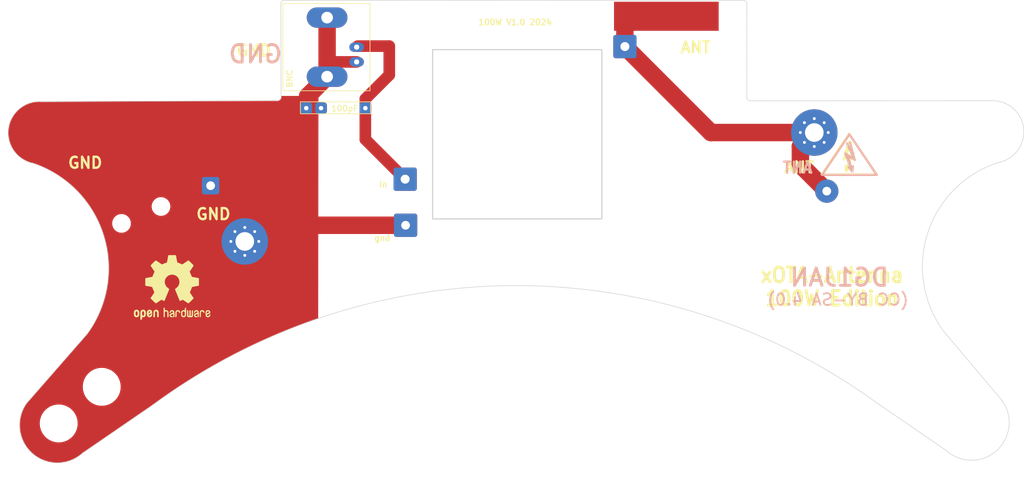
<source format=kicad_pcb>
(kicad_pcb (version 20221018) (generator pcbnew)
  (layers (0 "F.Cu" signal) (31 "B.Cu" signal) (34 "B.Paste" user) (35 "F.Paste" user) (36 "B.SilkS" user "B.Silkscreen") (37 "F.SilkS" user "F.Silkscreen") (38 "B.Mask" user) (39 "F.Mask" user) (44 "Edge.Cuts" user))
  (net 0 "")
  (net 1 "gnd")
  (net 2 "IN")
  (net 3 "ANT")
  (footprint "" (layer "F.Cu") (at 189.169874 73.7362)
    (fp_text reference "" (at 0 0) (layer "F.SilkS") (effects (font (size 1.27 1.27))))
    (fp_text value "" (at 0 0) (layer "F.SilkS") (effects (font (size 1.27 1.27))))
    (pad "1" thru_hole circle (at 0 0 90) (size 4 4) (drill 1.5) (layers "*.Cu" "*.Mask") (net 3 "ANT"))
  )
  (footprint "MountingHole:MountingHole_4.5mm" (layer "F.Cu") (at 218.0844 63.5254)
    (fp_text reference "H5" hide)
    (fp_text value "MountingHole" hide)
    (pad "" np_thru_hole circle (at 0 0) (size 6 6) (drill 6) (layers "F&B.Cu" "*.Mask"))
  )
  (footprint "MountingHole:MountingHole_2.7mm" (layer "F.Cu") (at 195.453 76.4794)
    (fp_text reference "REF**" hide)
    (fp_text value "MountingHole_2.7mm" hide)
    (pad "" np_thru_hole circle (at 0 0) (size 2.7 2.7) (drill 2.7) (layers "F&B.Cu" "*.Mask"))
  )
  (footprint "MountingHole:MountingHole_4.5mm" (layer "F.Cu") (at 198.2978 63.5)
    (fp_text reference "H5" hide)
    (fp_text value "MountingHole" hide)
    (pad "" np_thru_hole circle (at 0 0) (size 6 6) (drill 6) (layers "F&B.Cu" "*.Mask"))
  )
  (footprint "MountingHole:MountingHole_3.2mm_M3_Pad_Via" (layer "F.Cu") (at 89.088531 82.384)
    (fp_text reference "REF**" hide)
    (fp_text value "MountingHole_3.2mm_M3_Pad_Via" hide)
    (pad "1" thru_hole circle (at -2.4 0) (size 0.8 0.8) (drill 0.5) (layers "*.Cu" "*.Mask"))
    (pad "1" thru_hole circle (at -1.697056 -1.697056) (size 0.8 0.8) (drill 0.5) (layers "*.Cu" "*.Mask") (net 1 "gnd"))
    (pad "1" thru_hole circle (at -1.697056 1.697056) (size 0.8 0.8) (drill 0.5) (layers "*.Cu" "*.Mask"))
    (pad "1" thru_hole circle (at 0 -2.4) (size 0.8 0.8) (drill 0.5) (layers "*.Cu" "*.Mask") (net 1 "gnd"))
    (pad "1" thru_hole circle (at 0 0) (size 8 8) (drill 3.2) (layers "*.Cu" "*.Mask") (net 1 "gnd"))
    (pad "1" thru_hole circle (at 0 2.4) (size 0.8 0.8) (drill 0.5) (layers "*.Cu" "*.Mask"))
    (pad "1" thru_hole circle (at 1.697056 -1.697056) (size 0.8 0.8) (drill 0.5) (layers "*.Cu" "*.Mask"))
    (pad "1" thru_hole circle (at 1.697056 1.697056) (size 0.8 0.8) (drill 0.5) (layers "*.Cu" "*.Mask"))
    (pad "1" thru_hole circle (at 2.4 0) (size 0.8 0.8) (drill 0.5) (layers "*.Cu" "*.Mask"))
  )
  (footprint "MountingHole:MountingHole_3.2mm_M3_Pad_Via" (layer "F.Cu") (at 187.024944 63.657144)
    (fp_text reference "REF**" hide)
    (fp_text value "MountingHole_3.2mm_M3_Pad_Via" hide)
    (pad "1" thru_hole circle (at -2.4 0) (size 0.8 0.8) (drill 0.5) (layers "*.Cu" "*.Mask") (net 3 "ANT"))
    (pad "1" thru_hole circle (at -1.697056 -1.697056) (size 0.8 0.8) (drill 0.5) (layers "*.Cu" "*.Mask") (net 3 "ANT"))
    (pad "1" thru_hole circle (at -1.697056 1.697056) (size 0.8 0.8) (drill 0.5) (layers "*.Cu" "*.Mask") (net 3 "ANT"))
    (pad "1" thru_hole circle (at 0 -2.4) (size 0.8 0.8) (drill 0.5) (layers "*.Cu" "*.Mask") (net 3 "ANT"))
    (pad "1" thru_hole circle (at 0 0) (size 8 8) (drill 3.2) (layers "*.Cu" "*.Mask") (net 3 "ANT"))
    (pad "1" thru_hole circle (at 0 2.4) (size 0.8 0.8) (drill 0.5) (layers "*.Cu" "*.Mask") (net 3 "ANT"))
    (pad "1" thru_hole circle (at 1.697056 -1.697056) (size 0.8 0.8) (drill 0.5) (layers "*.Cu" "*.Mask") (net 3 "ANT"))
    (pad "1" thru_hole circle (at 1.697056 1.697056) (size 0.8 0.8) (drill 0.5) (layers "*.Cu" "*.Mask") (net 3 "ANT"))
    (pad "1" thru_hole circle (at 2.4 0) (size 0.8 0.8) (drill 0.5) (layers "*.Cu" "*.Mask") (net 3 "ANT"))
  )
  (footprint "Symbol:Symbol_HighVoltage_Type2_CopperTop_VerySmall" (layer "F.Cu") (at 193.0146 68.072)
    (fp_text reference "REF**" hide)
    (fp_text value "Symbol_HighVoltage_Type2_CopperTop_VerySmall" hide)
    (fp_line (start -4.699 2.794) (end 0 -4.191) (stroke (width 0.381)) (layer "F.SilkS"))
    (fp_line (start -0.89916 0.20066) (end 0.29972 -0.59944) (stroke (width 0.381)) (layer "F.SilkS"))
    (fp_line (start -0.89916 0.20066) (end 0.40132 -2.60096) (stroke (width 0.381)) (layer "F.SilkS"))
    (fp_line (start -0.49784 2.19964) (end -0.59944 1.30048) (stroke (width 0.381)) (layer "F.SilkS"))
    (fp_line (start -0.49784 2.19964) (end 0.1016 1.50114) (stroke (width 0.381)) (layer "F.SilkS"))
    (fp_line (start -0.49784 2.19964) (end 0.70104 -0.89916) (stroke (width 0.381)) (layer "F.SilkS"))
    (fp_line (start -0.09906 -2.79908) (end -0.89916 0.20066) (stroke (width 0.381)) (layer "F.SilkS"))
    (fp_line (start 0 -4.191) (end 4.699 2.794) (stroke (width 0.381)) (layer "F.SilkS"))
    (fp_line (start 0.29972 -0.59944) (end -0.49784 2.19964) (stroke (width 0.381)) (layer "F.SilkS"))
    (fp_line (start 0.70104 -0.89916) (end 0.1016 -0.50038) (stroke (width 0.381)) (layer "F.SilkS"))
    (fp_line (start 4.699 2.794) (end -4.699 2.794) (stroke (width 0.381)) (layer "F.SilkS"))
  )
  (footprint "" (layer "F.Cu") (at 154.4574 48.8696)
    (fp_text reference "" (at 0 0) (layer "F.SilkS") (effects (font (size 1.27 1.27))))
    (fp_text value "" (at 0 0) (layer "F.SilkS") (effects (font (size 1.27 1.27))))
    (pad "5" thru_hole roundrect (at 0 0) (size 4 4) (drill 1.55) (layers "*.Cu" "*.Mask") (roundrect_rratio 0.09803875) (net 3 "ANT"))
  )
  (footprint "" (layer "F.Cu") (at 154.0002 63.6778)
    (fp_text reference "" (at 0 0) (layer "F.SilkS") (effects (font (size 1.27 1.27))))
    (fp_text value "" (at 0 0) (layer "F.SilkS") (effects (font (size 1.27 1.27))))
    (pad "" np_thru_hole circle (at 0 0) (size 3.2 3.2) (drill 3.2) (layers "*.Cu" "*.Mask"))
  )
  (footprint "" (layer "F.Cu") (at 161.585474 43.6626)
    (fp_text reference "" (at 0 0) (layer "F.SilkS") (effects (font (size 1.27 1.27))))
    (fp_text value "" (at 0 0) (layer "F.SilkS") (effects (font (size 1.27 1.27))))
    (pad "1" smd rect (at 0 0) (size 18 5) (layers "F.Cu" "F.Mask") (net 3 "ANT"))
  )
  (footprint "MountingHole:MountingHole_4.5mm" (layer "F.Cu") (at 208.3054 63.5762)
    (fp_text reference "H5" hide)
    (fp_text value "MountingHole" hide)
    (pad "" np_thru_hole circle (at 0 0) (size 6 6) (drill 6) (layers "F&B.Cu" "*.Mask"))
  )
  (footprint "MountingHole:MountingHole_2.7mm" (layer "F.Cu") (at 74.676 76.3778)
    (fp_text reference "REF**" hide)
    (fp_text value "MountingHole_2.7mm" hide)
    (pad "" np_thru_hole circle (at 0 0) (size 2.7 2.7) (drill 2.7) (layers "F&B.Cu" "*.Mask"))
  )
  (footprint "MountingHole:MountingHole_4.5mm" (layer "F.Cu") (at 57.088531 113.684)
    (fp_text reference "H5" hide)
    (fp_text value "MountingHole" hide)
    (pad "" np_thru_hole circle (at 0 0) (size 6 6) (drill 6) (layers "F&B.Cu" "*.Mask"))
  )
  (footprint "MountingHole:MountingHole_4.5mm" (layer "F.Cu") (at 64.488531 107.384)
    (fp_text reference "H5" hide)
    (fp_text value "MountingHole" hide)
    (pad "" np_thru_hole circle (at 0 0) (size 6 6) (drill 6) (layers "F&B.Cu" "*.Mask"))
  )
  (footprint "Symbol:OSHW-Logo2_14.6x12mm_SilkScreen" (layer "F.Cu") (at 76.588531 90.284)
    (fp_text reference "REF**" hide)
    (fp_text value "OSHW-Logo2_14.6x12mm_SilkScreen" hide)
    (fp_poly (pts (xy 5.33569 3.940018) (xy 5.370585 3.955269) (xy 5.453877 4.021235) (xy 5.525103 4.116618) (xy 5.569153 4.218406) (xy 5.576322 4.268587) (xy 5.552285 4.338647) (xy 5.499561 4.375717) (xy 5.443031 4.398164) (xy 5.417146 4.4023) (xy 5.404542 4.372283) (xy 5.379654 4.306961) (xy 5.368735 4.277445) (xy 5.307508 4.175348) (xy 5.218861 4.124423) (xy 5.105193 4.125989) (xy 5.096774 4.127994) (xy 5.036088 4.156767) (xy 4.991474 4.212859) (xy 4.961002 4.303163) (xy 4.942744 4.434571) (xy 4.934771 4.613974) (xy 4.934023 4.709433) (xy 4.933652 4.859913) (xy 4.931223 4.962495) (xy 4.92476 5.027672) (xy 4.912288 5.065938) (xy 4.891833 5.087785) (xy 4.861419 5.103707) (xy 4.859661 5.104509) (xy 4.801091 5.129272) (xy 4.772075 5.138391) (xy 4.767616 5.110822) (xy 4.763799 5.03462) (xy 4.760899 4.919541) (xy 4.759191 4.775341) (xy 4.758851 4.669814) (xy 4.760588 4.465613) (xy 4.767382 4.310697) (xy 4.781607 4.196024) (xy 4.805638 4.112551) (xy 4.841848 4.051236) (xy 4.892612 4.003034) (xy 4.942739 3.969393) (xy 5.063275 3.924619) (xy 5.203557 3.914521) (xy 5.33569 3.940018)) (stroke (width 0.01)) (fill solid) (layer "F.SilkS"))
    (fp_poly (pts (xy -2.582571 3.877719) (xy -2.488877 3.931914) (xy -2.423736 3.985707) (xy -2.376093 4.042066) (xy -2.343272 4.110987) (xy -2.322594 4.202468) (xy -2.31138 4.326506) (xy -2.306951 4.493098) (xy -2.306437 4.612851) (xy -2.306437 5.053659) (xy -2.430517 5.109283) (xy -2.554598 5.164907) (xy -2.569195 4.682095) (xy -2.575227 4.501779) (xy -2.581555 4.370901) (xy -2.589394 4.280511) (xy -2.599963 4.221664) (xy -2.614477 4.185413) (xy -2.634152 4.16281) (xy -2.640465 4.157917) (xy -2.736112 4.119706) (xy -2.832793 4.134827) (xy -2.890345 4.174943) (xy -2.913755 4.20337) (xy -2.929961 4.240672) (xy -2.940259 4.297223) (xy -2.945951 4.383394) (xy -2.948336 4.509558) (xy -2.948736 4.641042) (xy -2.948814 4.805999) (xy -2.951639 4.922761) (xy -2.961093 5.00151) (xy -2.98106 5.052431) (xy -3.015424 5.085706) (xy -3.068068 5.11152) (xy -3.138383 5.138344) (xy -3.21518 5.167542) (xy -3.206038 4.649346) (xy -3.202357 4.462539) (xy -3.19805 4.32449) (xy -3.191877 4.225568) (xy -3.182598 4.156145) (xy -3.168973 4.10659) (xy -3.149761 4.067273) (xy -3.126598 4.032584) (xy -3.014848 3.92177) (xy -2.878487 3.857689) (xy -2.730175 3.842339) (xy -2.582571 3.877719)) (stroke (width 0.01)) (fill solid) (layer "F.SilkS"))
    (fp_poly (pts (xy 1.065943 3.92192) (xy 1.198565 3.970859) (xy 1.30601 4.057419) (xy 1.348032 4.118352) (xy 1.393843 4.230161) (xy 1.392891 4.311006) (xy 1.344808 4.365378) (xy 1.327017 4.374624) (xy 1.250204 4.40345) (xy 1.210976 4.396065) (xy 1.197689 4.347658) (xy 1.197012 4.32092) (xy 1.172686 4.222548) (xy 1.109281 4.153734) (xy 1.021154 4.120498) (xy 0.922663 4.128861) (xy 0.842602 4.172296) (xy 0.815561 4.197072) (xy 0.796394 4.227129) (xy 0.783446 4.272565) (xy 0.775064 4.343476) (xy 0.769593 4.44996) (xy 0.765378 4.602112) (xy 0.764287 4.650287) (xy 0.760307 4.815095) (xy 0.755781 4.931088) (xy 0.748995 5.007833) (xy 0.738231 5.054893) (xy 0.721773 5.081835) (xy 0.697906 5.098223) (xy 0.682626 5.105463) (xy 0.617733 5.13022) (xy 0.579534 5.138391) (xy 0.566912 5.111103) (xy 0.559208 5.028603) (xy 0.55638 4.889941) (xy 0.558386 4.694162) (xy 0.559011 4.663965) (xy 0.563421 4.485349) (xy 0.568635 4.354923) (xy 0.576055 4.262492) (xy 0.587082 4.197858) (xy 0.603117 4.150825) (xy 0.625561 4.111196) (xy 0.637302 4.094215) (xy 0.704619 4.01908) (xy 0.77991 3.960638) (xy 0.789128 3.955536) (xy 0.924133 3.91526) (xy 1.065943 3.92192)) (stroke (width 0.01)) (fill solid) (layer "F.SilkS"))
    (fp_poly (pts (xy 3.580124 3.93984) (xy 3.584579 4.016653) (xy 3.588071 4.133391) (xy 3.590315 4.280821) (xy 3.591035 4.435455) (xy 3.591035 4.958727) (xy 3.498645 5.051117) (xy 3.434978 5.108047) (xy 3.379089 5.131107) (xy 3.302702 5.129647) (xy 3.27238 5.125934) (xy 3.17761 5.115126) (xy 3.099222 5.108933) (xy 3.080115 5.108361) (xy 3.015699 5.112102) (xy 2.923571 5.121494) (xy 2.88785 5.125934) (xy 2.800114 5.132801) (xy 2.741153 5.117885) (xy 2.68269 5.071835) (xy 2.661585 5.051117) (xy 2.569195 4.958727) (xy 2.569195 3.979947) (xy 2.643558 3.946066) (xy 2.70759 3.92097) (xy 2.745052 3.912184) (xy 2.754657 3.93995) (xy 2.763635 4.01753) (xy 2.771386 4.136348) (xy 2.777314 4.287828) (xy 2.780173 4.415805) (xy 2.788161 4.919425) (xy 2.857848 4.929278) (xy 2.921229 4.922389) (xy 2.952286 4.900083) (xy 2.960967 4.858379) (xy 2.968378 4.769544) (xy 2.973931 4.644834) (xy 2.977036 4.495507) (xy 2.977484 4.418661) (xy 2.977931 3.976287) (xy 3.069874 3.944235) (xy 3.134949 3.922443) (xy 3.170347 3.912281) (xy 3.171368 3.912184) (xy 3.17492 3.939809) (xy 3.178823 4.016411) (xy 3.182751 4.132579) (xy 3.186376 4.278904) (xy 3.188908 4.415805) (xy 3.196897 4.919425) (xy 3.372069 4.919425) (xy 3.380107 4.459965) (xy 3.388146 4.000505) (xy 3.473543 3.956344) (xy 3.536593 3.926019) (xy 3.57391 3.912258) (xy 3.574987 3.912184) (xy 3.580124 3.93984)) (stroke (width 0.01)) (fill solid) (layer "F.SilkS"))
    (fp_poly (pts (xy -1.255402 3.723857) (xy -1.246846 3.843188) (xy -1.237019 3.913506) (xy -1.223401 3.944179) (xy -1.203473 3.944571) (xy -1.197011 3.94091) (xy -1.11106 3.914398) (xy -0.999255 3.915946) (xy -0.885586 3.943199) (xy -0.81449 3.978455) (xy -0.741595 4.034778) (xy -0.688307 4.098519) (xy -0.651725 4.17951) (xy -0.62895 4.287586) (xy -0.617081 4.43258) (xy -0.613218 4.624326) (xy -0.613149 4.661109) (xy -0.613103 5.074288) (xy -0.705046 5.106339) (xy -0.770348 5.128144) (xy -0.806176 5.138297) (xy -0.80723 5.138391) (xy -0.810758 5.11086) (xy -0.813761 5.034923) (xy -0.81601 4.920565) (xy -0.817276 4.777769) (xy -0.817471 4.690951) (xy -0.817877 4.519773) (xy -0.819968 4.397088) (xy -0.825053 4.313) (xy -0.83444 4.257614) (xy -0.849439 4.221032) (xy -0.871358 4.193359) (xy -0.885043 4.180032) (xy -0.979051 4.126328) (xy -1.081636 4.122307) (xy -1.17471 4.167725) (xy -1.191922 4.184123) (xy -1.217168 4.214957) (xy -1.23468 4.251531) (xy -1.245858 4.304415) (xy -1.252104 4.384177) (xy -1.254818 4.501385) (xy -1.255402 4.662991) (xy -1.255402 5.074288) (xy -1.347345 5.106339) (xy -1.412647 5.128144) (xy -1.448475 5.138297) (xy -1.449529 5.138391) (xy -1.452225 5.110448) (xy -1.454655 5.03163) (xy -1.456722 4.909453) (xy -1.458329 4.751432) (xy -1.459377 4.565083) (xy -1.459769 4.35792) (xy -1.45977 4.348706) (xy -1.45977 3.55902) (xy -1.364885 3.518997) (xy -1.27 3.478973) (xy -1.255402 3.723857)) (stroke (width 0.01)) (fill solid) (layer "F.SilkS"))
    (fp_poly (pts (xy -5.951779 3.866015) (xy -5.814939 3.937968) (xy -5.713949 4.053766) (xy -5.678075 4.128213) (xy -5.650161 4.239992) (xy -5.635871 4.381227) (xy -5.634516 4.535371) (xy -5.645405 4.685879) (xy -5.667847 4.816205) (xy -5.70115 4.909803) (xy -5.711385 4.925922) (xy -5.832618 5.046249) (xy -5.976613 5.118317) (xy -6.132861 5.139408) (xy -6.290852 5.106802) (xy -6.33482 5.087253) (xy -6.420444 5.027012) (xy -6.495592 4.947135) (xy -6.502694 4.937004) (xy -6.531561 4.888181) (xy -6.550643 4.83599) (xy -6.561916 4.767285) (xy -6.567355 4.668918) (xy -6.568938 4.527744) (xy -6.568965 4.496092) (xy -6.568893 4.486019) (xy -6.277011 4.486019) (xy -6.275313 4.619256) (xy -6.268628 4.707674) (xy -6.254575 4.764785) (xy -6.230771 4.804102) (xy -6.218621 4.817241) (xy -6.148764 4.867172) (xy -6.080941 4.864895) (xy -6.012365 4.821584) (xy -5.971465 4.775346) (xy -5.947242 4.707857) (xy -5.933639 4.601433) (xy -5.932706 4.58902) (xy -5.930384 4.396147) (xy -5.95465 4.2529) (xy -6.005176 4.16016) (xy -6.081632 4.118807) (xy -6.108924 4.116552) (xy -6.180589 4.127893) (xy -6.22961 4.167184) (xy -6.259582 4.242326) (xy -6.274101 4.361222) (xy -6.277011 4.486019) (xy -6.568893 4.486019) (xy -6.567878 4.345659) (xy -6.563312 4.240549) (xy -6.553312 4.167714) (xy -6.535921 4.114108) (xy -6.509184 4.066681) (xy -6.503276 4.057864) (xy -6.403968 3.939007) (xy -6.295758 3.870008) (xy -6.164019 3.842619) (xy -6.119283 3.841281) (xy -5.951779 3.866015)) (stroke (width 0.01)) (fill solid) (layer "F.SilkS"))
    (fp_poly (pts (xy 6.343439 3.95654) (xy 6.45895 4.032034) (xy 6.514664 4.099617) (xy 6.558804 4.222255) (xy 6.562309 4.319298) (xy 6.554368 4.449056) (xy 6.255115 4.580039) (xy 6.109611 4.646958) (xy 6.014537 4.70079) (xy 5.965101 4.747416) (xy 5.956511 4.79272) (xy 5.983972 4.842582) (xy 6.014253 4.875632) (xy 6.102363 4.928633) (xy 6.198196 4.932347) (xy 6.286212 4.891041) (xy 6.350869 4.808983) (xy 6.362433 4.780008) (xy 6.417825 4.689509) (xy 6.481553 4.65094) (xy 6.568966 4.617946) (xy 6.568966 4.743034) (xy 6.561238 4.828156) (xy 6.530966 4.899938) (xy 6.467518 4.982356) (xy 6.458088 4.993066) (xy 6.387513 5.066391) (xy 6.326847 5.105742) (xy 6.25095 5.123845) (xy 6.18803 5.129774) (xy 6.075487 5.131251) (xy 5.99537 5.112535) (xy 5.94539 5.084747) (xy 5.866838 5.023641) (xy 5.812463 4.957554) (xy 5.778052 4.874441) (xy 5.759388 4.762254) (xy 5.752256 4.608946) (xy 5.751687 4.531136) (xy 5.753622 4.437853) (xy 5.929899 4.437853) (xy 5.931944 4.487896) (xy 5.937039 4.496092) (xy 5.970666 4.484958) (xy 6.04303 4.455493) (xy 6.139747 4.413601) (xy 6.159973 4.404597) (xy 6.282203 4.342442) (xy 6.349547 4.287815) (xy 6.364348 4.236649) (xy 6.328947 4.184876) (xy 6.299711 4.162) (xy 6.194216 4.11625) (xy 6.095476 4.123808) (xy 6.012812 4.179651) (xy 5.955548 4.278753) (xy 5.937188 4.357414) (xy 5.929899 4.437853) (xy 5.753622 4.437853) (xy 5.755459 4.349351) (xy 5.769359 4.214853) (xy 5.796894 4.116916) (xy 5.841572 4.044811) (xy 5.906901 3.987813) (xy 5.935383 3.969393) (xy 6.064763 3.921422) (xy 6.206412 3.918403) (xy 6.343439 3.95654)) (stroke (width 0.01)) (fill solid) (layer "F.SilkS"))
    (fp_poly (pts (xy 2.393914 4.154455) (xy 2.393543 4.372661) (xy 2.392108 4.540519) (xy 2.389002 4.66607) (xy 2.383622 4.757355) (xy 2.375362 4.822415) (xy 2.363616 4.869291) (xy 2.347781 4.906024) (xy 2.33579 4.926991) (xy 2.23649 5.040694) (xy 2.110588 5.111965) (xy 1.971291 5.137538) (xy 1.831805 5.11415) (xy 1.748743 5.072119) (xy 1.661545 4.999411) (xy 1.602117 4.910612) (xy 1.566261 4.79432) (xy 1.549781 4.639135) (xy 1.547447 4.525287) (xy 1.547761 4.517106) (xy 1.751724 4.517106) (xy 1.75297 4.647657) (xy 1.758678 4.73408) (xy 1.771804 4.790618) (xy 1.795306 4.831514) (xy 1.823386 4.862362) (xy 1.917688 4.921905) (xy 2.01894 4.926992) (xy 2.114636 4.877279) (xy 2.122084 4.870543) (xy 2.153874 4.835502) (xy 2.173808 4.793811) (xy 2.1846 4.731762) (xy 2.188965 4.635644) (xy 2.189655 4.529379) (xy 2.188159 4.39588) (xy 2.181964 4.306822) (xy 2.168514 4.248293) (xy 2.145251 4.206382) (xy 2.126175 4.184123) (xy 2.037563 4.127985) (xy 1.935508 4.121235) (xy 1.838095 4.164114) (xy 1.819296 4.180032) (xy 1.787293 4.215382) (xy 1.767318 4.257502) (xy 1.756593 4.320251) (xy 1.752339 4.417487) (xy 1.751724 4.517106) (xy 1.547761 4.517106) (xy 1.554504 4.341947) (xy 1.578472 4.204195) (xy 1.623548 4.100632) (xy 1.693928 4.019856) (xy 1.748743 3.978455) (xy 1.848376 3.933728) (xy 1.963855 3.912967) (xy 2.071199 3.918525) (xy 2.131264 3.940943) (xy 2.154835 3.947323) (xy 2.170477 3.923535) (xy 2.181395 3.859788) (xy 2.189655 3.762687) (xy 2.198699 3.654541) (xy 2.211261 3.589475) (xy 2.234119 3.552268) (xy 2.274051 3.527699) (xy 2.299138 3.516819) (xy 2.394023 3.477072) (xy 2.393914 4.154455)) (stroke (width 0.01)) (fill solid) (layer "F.SilkS"))
    (fp_poly (pts (xy -3.684448 3.884676) (xy -3.569342 3.962111) (xy -3.480389 4.073949) (xy -3.427251 4.216265) (xy -3.416503 4.321015) (xy -3.417724 4.364726) (xy -3.427944 4.398194) (xy -3.456039 4.428179) (xy -3.510884 4.46144) (xy -3.601355 4.504738) (xy -3.736328 4.564833) (xy -3.737011 4.565134) (xy -3.861249 4.622037) (xy -3.963127 4.672565) (xy -4.032233 4.71128) (xy -4.058154 4.73274) (xy -4.058161 4.732913) (xy -4.035315 4.779644) (xy -3.981891 4.831154) (xy -3.920558 4.868261) (xy -3.889485 4.875632) (xy -3.804711 4.850138) (xy -3.731707 4.786291) (xy -3.696087 4.716094) (xy -3.66182 4.664343) (xy -3.594697 4.605409) (xy -3.515792 4.554496) (xy -3.446179 4.526809) (xy -3.431623 4.525287) (xy -3.415237 4.550321) (xy -3.41425 4.614311) (xy -3.426292 4.700593) (xy -3.448993 4.792501) (xy -3.479986 4.873369) (xy -3.481552 4.876509) (xy -3.574819 5.006734) (xy -3.695696 5.095311) (xy -3.832973 5.138786) (xy -3.97544 5.133706) (xy -4.111888 5.076616) (xy -4.117955 5.072602) (xy -4.22529 4.975326) (xy -4.295868 4.848409) (xy -4.334926 4.681526) (xy -4.340168 4.634639) (xy -4.349452 4.413329) (xy -4.338322 4.310124) (xy -4.058161 4.310124) (xy -4.054521 4.374503) (xy -4.034611 4.393291) (xy -3.984974 4.379235) (xy -3.906733 4.346009) (xy -3.819274 4.304359) (xy -3.817101 4.303256) (xy -3.74297 4.264265) (xy -3.713219 4.238244) (xy -3.720555 4.210965) (xy -3.751447 4.175121) (xy -3.83004 4.123251) (xy -3.914677 4.119439) (xy -3.990597 4.157189) (xy -4.043035 4.230001) (xy -4.058161 4.310124) (xy -4.338322 4.310124) (xy -4.330356 4.236261) (xy -4.281366 4.095829) (xy -4.213164 3.997447) (xy -4.090065 3.89803) (xy -3.954472 3.848711) (xy -3.816045 3.845568) (xy -3.684448 3.884676)) (stroke (width 0.01)) (fill solid) (layer "F.SilkS"))
    (fp_poly (pts (xy 0.079944 3.92436) (xy 0.194343 3.966842) (xy 0.195652 3.967658) (xy 0.266403 4.01973) (xy 0.318636 4.080584) (xy 0.355371 4.159887) (xy 0.379634 4.267309) (xy 0.394445 4.412517) (xy 0.402829 4.605179) (xy 0.403564 4.632628) (xy 0.41412 5.046521) (xy 0.325291 5.092456) (xy 0.261018 5.123498) (xy 0.22221 5.138206) (xy 0.220415 5.138391) (xy 0.2137 5.11125) (xy 0.208365 5.038041) (xy 0.205083 4.931081) (xy 0.204368 4.844469) (xy 0.204351 4.704162) (xy 0.197937 4.616051) (xy 0.17558 4.574025) (xy 0.127732 4.571975) (xy 0.044849 4.60379) (xy -0.080287 4.662272) (xy -0.172303 4.710845) (xy -0.219629 4.752986) (xy -0.233542 4.798916) (xy -0.233563 4.801189) (xy -0.210605 4.880311) (xy -0.14263 4.923055) (xy -0.038602 4.929246) (xy 0.03633 4.928172) (xy 0.075839 4.949753) (xy 0.100478 5.001591) (xy 0.114659 5.067632) (xy 0.094223 5.105104) (xy 0.086528 5.110467) (xy 0.014083 5.132006) (xy -0.087367 5.135055) (xy -0.191843 5.120778) (xy -0.265875 5.094688) (xy -0.368228 5.007785) (xy -0.426409 4.886816) (xy -0.437931 4.792308) (xy -0.429138 4.707062) (xy -0.39732 4.637476) (xy -0.334316 4.575672) (xy -0.231969 4.513772) (xy -0.082118 4.443897) (xy -0.072988 4.439948) (xy 0.061997 4.377588) (xy 0.145294 4.326446) (xy 0.180997 4.280488) (xy 0.173203 4.233683) (xy 0.126007 4.179998) (xy 0.111894 4.167644) (xy 0.017359 4.119741) (xy -0.080594 4.121758) (xy -0.165903 4.168724) (xy -0.222504 4.255669) (xy -0.227763 4.272734) (xy -0.278977 4.355504) (xy -0.343963 4.395372) (xy -0.437931 4.434882) (xy -0.437931 4.332658) (xy -0.409347 4.184072) (xy -0.324505 4.047784) (xy -0.280355 4.002191) (xy -0.179995 3.943674) (xy -0.052365 3.917184) (xy 0.079944 3.92436)) (stroke (width 0.01)) (fill solid) (layer "F.SilkS"))
    (fp_poly (pts (xy -4.8281 3.861903) (xy -4.71655 3.917522) (xy -4.618092 4.019931) (xy -4.590977 4.057864) (xy -4.561438 4.1075) (xy -4.542272 4.161412) (xy -4.531307 4.233364) (xy -4.526371 4.337122) (xy -4.525287 4.474101) (xy -4.530182 4.661815) (xy -4.547196 4.802758) (xy -4.579823 4.907908) (xy -4.631558 4.988243) (xy -4.705896 5.054741) (xy -4.711358 5.058678) (xy -4.78462 5.098953) (xy -4.87284 5.11888) (xy -4.985038 5.123793) (xy -5.167433 5.123793) (xy -5.167509 5.300857) (xy -5.169207 5.39947) (xy -5.17955 5.457314) (xy -5.206578 5.492006) (xy -5.258332 5.521164) (xy -5.270761 5.527121) (xy -5.328923 5.555039) (xy -5.373956 5.572672) (xy -5.407441 5.574194) (xy -5.430962 5.553781) (xy -5.4461 5.505607) (xy -5.454437 5.423846) (xy -5.457556 5.302672) (xy -5.45704 5.13626) (xy -5.454471 4.918785) (xy -5.453668 4.853736) (xy -5.450778 4.629502) (xy -5.448188 4.482821) (xy -5.167586 4.482821) (xy -5.166009 4.607326) (xy -5.159 4.688787) (xy -5.143142 4.742515) (xy -5.115019 4.783823) (xy -5.095925 4.803971) (xy -5.017865 4.862921) (xy -4.948753 4.86772) (xy -4.87744 4.819038) (xy -4.875632 4.817241) (xy -4.846617 4.779618) (xy -4.828967 4.728484) (xy -4.820064 4.649738) (xy -4.817291 4.529276) (xy -4.817241 4.502588) (xy -4.823942 4.336583) (xy -4.845752 4.221505) (xy -4.885235 4.151254) (xy -4.944956 4.119729) (xy -4.979472 4.116552) (xy -5.061389 4.13146) (xy -5.117579 4.180548) (xy -5.151402 4.270362) (xy -5.16622 4.407445) (xy -5.167586 4.482821) (xy -5.448188 4.482821) (xy -5.447713 4.455952) (xy -5.443753 4.325382) (xy -5.438174 4.230087) (xy -5.430254 4.162364) (xy -5.419269 4.114507) (xy -5.404499 4.078813) (xy -5.385218 4.047578) (xy -5.376951 4.035824) (xy -5.267288 3.924797) (xy -5.128635 3.861847) (xy -4.968246 3.844297) (xy -4.8281 3.861903)) (stroke (width 0.01)) (fill solid) (layer "F.SilkS"))
    (fp_poly (pts (xy 4.314406 3.935156) (xy 4.398469 3.973393) (xy 4.46445 4.019726) (xy 4.512794 4.071532) (xy 4.546172 4.138363) (xy 4.567253 4.229769) (xy 4.578707 4.355301) (xy 4.583203 4.524508) (xy 4.583678 4.635933) (xy 4.583678 5.070627) (xy 4.509316 5.104509) (xy 4.450746 5.129272) (xy 4.42173 5.138391) (xy 4.416179 5.111257) (xy 4.411775 5.038094) (xy 4.409078 4.931263) (xy 4.408506 4.846437) (xy 4.406046 4.723887) (xy 4.399412 4.626668) (xy 4.389726 4.567134) (xy 4.382032 4.554483) (xy 4.330311 4.567402) (xy 4.249117 4.600539) (xy 4.155102 4.645461) (xy 4.064917 4.693735) (xy 3.995215 4.736928) (xy 3.962648 4.766608) (xy 3.962519 4.766929) (xy 3.96532 4.821857) (xy 3.990439 4.874292) (xy 4.034541 4.916881) (xy 4.098909 4.931126) (xy 4.153921 4.929466) (xy 4.231835 4.928245) (xy 4.272732 4.946498) (xy 4.297295 4.994726) (xy 4.300392 5.00382) (xy 4.31104 5.072598) (xy 4.282565 5.11436) (xy 4.208344 5.134263) (xy 4.128168 5.137944) (xy 3.98389 5.110658) (xy 3.909203 5.07169) (xy 3.816963 4.980148) (xy 3.768043 4.867782) (xy 3.763654 4.749051) (xy 3.805001 4.638411) (xy 3.867197 4.56908) (xy 3.929294 4.530265) (xy 4.026895 4.481125) (xy 4.140632 4.431292) (xy 4.15959 4.423677) (xy 4.284521 4.368545) (xy 4.356539 4.319954) (xy 4.3797 4.271647) (xy 4.358064 4.21737) (xy 4.32092 4.174943) (xy 4.233127 4.122702) (xy 4.13653 4.118784) (xy 4.047944 4.159041) (xy 3.984186 4.239326) (xy 3.975817 4.26004) (xy 3.927096 4.336225) (xy 3.855965 4.392785) (xy 3.766207 4.439201) (xy 3.766207 4.307584) (xy 3.77149 4.227168) (xy 3.794142 4.163786) (xy 3.844367 4.096163) (xy 3.892582 4.044076) (xy 3.967554 3.970322) (xy 4.025806 3.930702) (xy 4.088372 3.91481) (xy 4.159193 3.912184) (xy 4.314406 3.935156)) (stroke (width 0.01)) (fill solid) (layer "F.SilkS"))
    (fp_poly (pts (xy 0.209014 -5.547002) (xy 0.367006 -5.546137) (xy 0.481347 -5.543795) (xy 0.559407 -5.539238) (xy 0.608554 -5.53173) (xy 0.636159 -5.520534) (xy 0.649592 -5.504912) (xy 0.656221 -5.484127) (xy 0.656865 -5.481437) (xy 0.666935 -5.432887) (xy 0.685575 -5.337095) (xy 0.710845 -5.204257) (xy 0.740807 -5.044569) (xy 0.773522 -4.868226) (xy 0.774664 -4.862033) (xy 0.807433 -4.689218) (xy 0.838093 -4.536531) (xy 0.864664 -4.413129) (xy 0.885167 -4.328169) (xy 0.897626 -4.29081) (xy 0.89822 -4.290148) (xy 0.934919 -4.271905) (xy 1.010586 -4.241503) (xy 1.108878 -4.205507) (xy 1.109425 -4.205315) (xy 1.233233 -4.158778) (xy 1.379196 -4.099496) (xy 1.516781 -4.039891) (xy 1.523293 -4.036944) (xy 1.74739 -3.935235) (xy 2.243619 -4.274103) (xy 2.395846 -4.377408) (xy 2.533741 -4.469763) (xy 2.649315 -4.545916) (xy 2.734579 -4.600615) (xy 2.781544 -4.628607) (xy 2.786004 -4.630683) (xy 2.820134 -4.62144) (xy 2.883881 -4.576844) (xy 2.979731 -4.494791) (xy 3.110169 -4.373179) (xy 3.243328 -4.243795) (xy 3.371694 -4.116298) (xy 3.486581 -3.999954) (xy 3.581073 -3.901948) (xy 3.648253 -3.829464) (xy 3.681206 -3.789687) (xy 3.682432 -3.787639) (xy 3.686074 -3.760344) (xy 3.67235 -3.715766) (xy 3.637869 -3.647888) (xy 3.579239 -3.550689) (xy 3.49307 -3.418149) (xy 3.3782 -3.247524) (xy 3.276254 -3.097345) (xy 3.185123 -2.96265) (xy 3.110073 -2.85126) (xy 3.056369 -2.770995) (xy 3.02928 -2.729675) (xy 3.027574 -2.72687) (xy 3.030882 -2.687279) (xy 3.055953 -2.610331) (xy 3.097798 -2.510568) (xy 3.112712 -2.478709) (xy 3.177786 -2.336774) (xy 3.247212 -2.175727) (xy 3.303609 -2.036379) (xy 3.344247 -1.932956) (xy 3.376526 -1.854358) (xy 3.395178 -1.81328) (xy 3.397497 -1.810115) (xy 3.431803 -1.804872) (xy 3.512669 -1.790506) (xy 3.629343 -1.769063) (xy 3.771075 -1.742587) (xy 3.92711 -1.713123) (xy 4.086698 -1.682717) (xy 4.239085 -1.653412) (xy 4.373521 -1.627255) (xy 4.479252 -1.60629) (xy 4.545526 -1.592561) (xy 4.561782 -1.58868) (xy 4.578573 -1.5791) (xy 4.591249 -1.557464) (xy 4.600378 -1.516469) (xy 4.606531 -1.448811) (xy 4.61028 -1.347188) (xy 4.612192 -1.204297) (xy 4.61284 -1.012835) (xy 4.612874 -0.934355) (xy 4.612874 -0.296094) (xy 4.459598 -0.26584) (xy 4.374322 -0.249436) (xy 4.24707 -0.225491) (xy 4.093315 -0.196893) (xy 3.928534 -0.166533) (xy 3.882989 -0.158194) (xy 3.730932 -0.12863) (xy 3.598468 -0.099558) (xy 3.496714 -0.073671) (xy 3.436788 -0.053663) (xy 3.426805 -0.047699) (xy 3.402293 -0.005466) (xy 3.367148 0.07637) (xy 3.328173 0.181683) (xy 3.320442 0.204368) (xy 3.26936 0.345018) (xy 3.205954 0.503714) (xy 3.143904 0.646225) (xy 3.143598 0.646886) (xy 3.040267 0.87044) (xy 3.719961 1.870232) (xy 3.283621 2.3073) (xy 3.151649 2.437381) (xy 3.031279 2.552048) (xy 2.929273 2.645181) (xy 2.852391 2.710658) (xy 2.807393 2.742357) (xy 2.800938 2.744368) (xy 2.76304 2.728529) (xy 2.685708 2.684496) (xy 2.577389 2.61749) (xy 2.446532 2.532734) (xy 2.305052 2.437816) (xy 2.161461 2.340998) (xy 2.033435 2.256751) (xy 1.929105 2.190258) (xy 1.8566 2.146702) (xy 1.824158 2.131264) (xy 1.784576 2.144328) (xy 1.709519 2.17875) (xy 1.614468 2.22738) (xy 1.604392 2.232785) (xy 1.476391 2.29698) (xy 1.388618 2.328463) (xy 1.334028 2.328798) (xy 1.305575 2.299548) (xy 1.30541 2.299138) (xy 1.291188 2.264498) (xy 1.257269 2.182269) (xy 1.206284 2.058814) (xy 1.140862 1.900498) (xy 1.063634 1.713686) (xy 0.977229 1.504742) (xy 0.893551 1.302446) (xy 0.801588 1.0792) (xy 0.71715 0.872392) (xy 0.642769 0.688362) (xy 0.580974 0.533451) (xy 0.534297 0.413996) (xy 0.505268 0.336339) (xy 0.496322 0.307356) (xy 0.518756 0.27411) (xy 0.577439 0.221123) (xy 0.655689 0.162704) (xy 0.878534 -0.022048) (xy 1.052718 -0.233818) (xy 1.176154 -0.468144) (xy 1.246754 -0.720566) (xy 1.262431 -0.986623) (xy 1.251036 -1.109425) (xy 1.18895 -1.364207) (xy 1.082023 -1.589199) (xy 0.936889 -1.782183) (xy 0.760178 -1.940939) (xy 0.558522 -2.06325) (xy 0.338554 -2.146895) (xy 0.106906 -2.189656) (xy -0.129791 -2.189313) (xy -0.364905 -2.143648) (xy -0.591804 -2.050441) (xy -0.803856 -1.907473) (xy -0.892364 -1.826617) (xy -1.062111 -1.618993) (xy -1.180301 -1.392105) (xy -1.247722 -1.152567) (xy -1.26516 -0.906993) (xy -1.233402 -0.661997) (xy -1.153235 -0.424192) (xy -1.025445 -0.200193) (xy -0.85082 0.003387) (xy -0.655688 0.162704) (xy -0.574409 0.223602) (xy -0.516991 0.276015) (xy -0.496322 0.307406) (xy -0.507144 0.341639) (xy -0.537923 0.423419) (xy -0.586126 0.546407) (xy -0.649222 0.704263) (xy -0.724678 0.890649) (xy -0.809962 1.099226) (xy -0.893781 1.302496) (xy -0.986255 1.525933) (xy -1.071911 1.732984) (xy -1.148118 1.917286) (xy -1.212247 2.072475) (xy -1.261668 2.192188) (xy -1.293752 2.270061) (xy -1.305641 2.299138) (xy -1.333726 2.328677) (xy -1.388051 2.328591) (xy -1.475605 2.297326) (xy -1.603381 2.233329) (xy -1.604392 2.232785) (xy -1.700598 2.183121) (xy -1.778369 2.146945) (xy -1.822223 2.131408) (xy -1.824158 2.131264) (xy -1.857171 2.147024) (xy -1.930054 2.19085) (xy -2.034678 2.257557) (xy -2.16291 2.341964) (xy -2.305052 2.437816) (xy -2.449767 2.534867) (xy -2.580196 2.61927) (xy -2.68789 2.685801) (xy -2.764402 2.729238) (xy -2.800938 2.744368) (xy -2.834582 2.724482) (xy -2.902224 2.668903) (xy -2.997107 2.583754) (xy -3.11247 2.475153) (xy -3.241555 2.349221) (xy -3.283771 2.307149) (xy -3.720261 1.869931) (xy -3.388023 1.38234) (xy -3.287054 1.232605) (xy -3.198438 1.09822) (xy -3.127146 0.986969) (xy -3.07815 0.906639) (xy -3.056422 0.865014) (xy -3.055785 0.862053) (xy -3.06724 0.822818) (xy -3.098051 0.743895) (xy -3.142884 0.638509) (xy -3.174353 0.567954) (xy -3.233192 0.432876) (xy -3.288604 0.296409) (xy -3.331564 0.181103) (xy -3.343234 0.145977) (xy -3.376389 0.052174) (xy -3.408799 -0.020306) (xy -3.426601 -0.047699) (xy -3.465886 -0.064464) (xy -3.551626 -0.08823) (xy -3.672697 -0.116303) (xy -3.817973 -0.145991) (xy -3.882988 -0.158194) (xy -4.048087 -0.188532) (xy -4.206448 -0.217907) (xy -4.342596 -0.243431) (xy -4.441057 -0.262215) (xy -4.459598 -0.26584) (xy -4.612873 -0.296094) (xy -4.612873 -0.934355) (xy -4.612529 -1.14423) (xy -4.611116 -1.30302) (xy -4.608064 -1.418027) (xy -4.602803 -1.496554) (xy -4.594763 -1.545904) (xy -4.583373 -1.573381) (xy -4.568063 -1.586287) (xy -4.561782 -1.58868) (xy -4.523896 -1.597167) (xy -4.440195 -1.6141) (xy -4.321433 -1.637434) (xy -4.178361 -1.665125) (xy -4.021732 -1.695127) (xy -3.862297 -1.725396) (xy -3.710809 -1.753885) (xy -3.578019 -1.778551) (xy -3.474681 -1.797349) (xy -3.411545 -1.808233) (xy -3.397497 -1.810115) (xy -3.38477 -1.835296) (xy -3.3566 -1.902378) (xy -3.318252 -1.998667) (xy -3.303609 -2.036379) (xy -3.244548 -2.182079) (xy -3.175 -2.343049) (xy -3.112712 -2.478709) (xy -3.066879 -2.582439) (xy -3.036387 -2.667674) (xy -3.026208 -2.719874) (xy -3.027831 -2.72687) (xy -3.049343 -2.759898) (xy -3.098465 -2.833357) (xy -3.169923 -2.939423) (xy -3.258445 -3.070274) (xy -3.358759 -3.218088) (xy -3.378594 -3.247266) (xy -3.494988 -3.420137) (xy -3.580548 -3.551774) (xy -3.638684 -3.648239) (xy -3.672808 -3.715592) (xy -3.686331 -3.759894) (xy -3.682664 -3.787206) (xy -3.68257 -3.78738) (xy -3.653707 -3.823254) (xy -3.589867 -3.892609) (xy -3.497969 -3.988255) (xy -3.384933 -4.103001) (xy -3.257679 -4.229659) (xy -3.243328 -4.243795) (xy -3.082957 -4.399097) (xy -2.959195 -4.51313) (xy -2.869555 -4.587998) (xy -2.811552 -4.625804) (xy -2.786004 -4.630683) (xy -2.748718 -4.609397) (xy -2.671343 -4.560227) (xy -2.561867 -4.488425) (xy -2.42828 -4.399245) (xy -2.27857 -4.297937) (xy -2.243618 -4.274103) (xy -1.74739 -3.935235) (xy -1.523293 -4.036944) (xy -1.387011 -4.096217) (xy -1.240724 -4.15583) (xy -1.114965 -4.20336) (xy -1.109425 -4.205315) (xy -1.011057 -4.241323) (xy -0.935229 -4.271771) (xy -0.898282 -4.290095) (xy -0.89822 -4.290148) (xy -0.886496 -4.323271) (xy -0.866568 -4.404733) (xy -0.840413 -4.525375) (xy -0.81001 -4.676041) (xy -0.777337 -4.847572) (xy -0.774664 -4.862033) (xy -0.74189 -5.038765) (xy -0.711802 -5.19919) (xy -0.686339 -5.333112) (xy -0.667441 -5.430337) (xy -0.657047 -5.480668) (xy -0.656865 -5.481437) (xy -0.650539 -5.502847) (xy -0.638239 -5.519012) (xy -0.612594 -5.530669) (xy -0.566235 -5.538555) (xy -0.491792 -5.543407) (xy -0.381895 -5.545961) (xy -0.229175 -5.546955) (xy -0.026262 -5.547126) (xy 0 -5.547126) (xy 0.209014 -5.547002)) (stroke (width 0.01)) (fill solid) (layer "F.SilkS"))
  )
  (footprint "MountingHole:MountingHole_2.7mm" (layer "F.Cu") (at 67.888531 79.284)
    (fp_text reference "REF**" hide)
    (fp_text value "MountingHole_2.7mm" hide)
    (pad "" np_thru_hole circle (at 0 0) (size 2.7 2.7) (drill 2.7) (layers "F&B.Cu" "*.Mask"))
  )
  (footprint "MountingHole:MountingHole_4.5mm" (layer "F.Cu") (at 206.388531 106.984)
    (fp_text reference "H5" hide)
    (fp_text value "MountingHole" hide)
    (pad "" np_thru_hole circle (at 0 0) (size 6 6) (drill 6) (layers "F&B.Cu" "*.Mask"))
  )
  (footprint "Connector_Coaxial:BNC_Amphenol_B6252HB-NPP3G-50_Horizontal" (layer "F.Cu") (at 108.321674 48.9712 90)
    (fp_text reference "REF**" hide)
    (fp_text value "BNC_Amphenol_B6252HB-NPP3G-50_Horizontal" hide)
    (fp_line (start -7.5 2.3) (end -7.5 -12.7) (stroke (width 0.12)) (layer "F.SilkS"))
    (fp_line (start 7.5 -12.7) (end 7.5 2.3) (stroke (width 0.12)) (layer "F.SilkS"))
    (fp_line (start 7.5 2.3) (end -7.5 2.3) (stroke (width 0.12)) (layer "F.SilkS"))
    (pad "1" thru_hole oval (at 0 0 90) (size 1.6 2.5) (drill 0.89) (layers "*.Cu" "*.Mask") (net 2 "IN"))
    (pad "2" thru_hole oval (at -5.08 -5.08 90) (size 3.5 7) (drill 2.01) (layers "*.Cu" "*.Mask") (net 1 "gnd"))
    (pad "2" thru_hole oval (at -2.54 0 90) (size 1.6 2.5) (drill 0.89) (layers "*.Cu" "*.Mask") (net 1 "gnd"))
    (pad "2" thru_hole oval (at 5.08 -5.08 90) (size 3.5 7) (drill 2.01) (layers "*.Cu" "*.Mask") (net 1 "gnd"))
  )
  (footprint "" (layer "F.Cu") (at 61.214 63.6016)
    (fp_text reference "" (at 0 0) (layer "F.SilkS") (effects (font (size 1.27 1.27))))
    (fp_text value "" (at 0 0) (layer "F.SilkS") (effects (font (size 1.27 1.27))))
    (pad "1" smd rect (at 0 0 180) (size 22.5 5) (layers "F.Cu" "F.Mask") (net 1 "gnd"))
  )
  (footprint "UniBalunLibrary:THT_cap" (layer "F.Cu") (at 104.740274 59.4614)
    (fp_text reference "100pF" (at 1.524 0.0508 unlocked) (layer "F.SilkS"))
    (fp_text value "100pF" hide)
    (fp_rect (start -6.096 -1.0922) (end 5.9944 0.9652) (stroke (width 0.12)) (fill none) (layer "F.SilkS"))
    (pad "1" thru_hole roundrect (at -5.08 0) (size 2 2) (drill 0.762) (layers "*.Cu" "*.Mask") (net 1 "gnd"))
    (pad "1" thru_hole roundrect (at -2.54 0) (size 2 2) (drill 0.762) (layers "*.Cu" "*.Mask") (net 1 "gnd"))
    (pad "2" thru_hole roundrect (at 5.08 0) (size 2 2) (drill 0.762) (layers "*.Cu" "*.Mask") (net 2 "IN"))
  )
  (footprint "" (layer "F.Cu") (at 83.2104 72.7964)
    (fp_text reference "" (at 0 0) (layer "F.SilkS") (effects (font (size 1.27 1.27))))
    (fp_text value "" (at 0 0) (layer "F.SilkS") (effects (font (size 1.27 1.27))))
    (pad "1" thru_hole roundrect (at 0 0 90) (size 3 3) (drill 1.5) (layers "*.Cu" "*.Mask") (roundrect_rratio 0.125) (net 1 "gnd"))
  )
  (footprint "MountingHole:MountingHole_2.7mm" (layer "F.Cu") (at 202.788531 79.384)
    (fp_text reference "REF**" hide)
    (fp_text value "MountingHole_2.7mm" hide)
    (pad "" np_thru_hole circle (at 0 0) (size 2.7 2.7) (drill 2.7) (layers "F&B.Cu" "*.Mask"))
  )
  (footprint "" (layer "F.Cu") (at 117.983 63.6778)
    (fp_text reference "" (at 0 0) (layer "F.SilkS") (effects (font (size 1.27 1.27))))
    (fp_text value "" (at 0 0) (layer "F.SilkS") (effects (font (size 1.27 1.27))))
    (pad "" np_thru_hole circle (at 0 0) (size 3.2 3.2) (drill 3.2) (layers "F&B.Cu" "*.Mask"))
  )
  (footprint "MountingHole:MountingHole_4.5mm" (layer "F.Cu") (at 213.888531 113.384)
    (fp_text reference "H5" hide)
    (fp_text value "MountingHole" hide)
    (pad "" np_thru_hole circle (at 0 0) (size 6 6) (drill 6) (layers "F&B.Cu" "*.Mask"))
  )
  (footprint "" (layer "F.Cu") (at 116.7384 79.6036)
    (fp_text reference "" (at 0 0) (layer "F.SilkS") (effects (font (size 1.27 1.27))))
    (fp_text value "" (at 0 0) (layer "F.SilkS") (effects (font (size 1.27 1.27))))
    (pad "5" thru_hole roundrect (at 0 0) (size 4 4) (drill 1.5) (layers "*.Cu" "*.Mask") (roundrect_rratio 0.09803875) (net 1 "gnd"))
  )
  (footprint "" (layer "F.Cu") (at 116.6622 71.6788)
    (fp_text reference "" (at 0 0) (layer "F.SilkS") (effects (font (size 1.27 1.27))))
    (fp_text value "" (at 0 0) (layer "F.SilkS") (effects (font (size 1.27 1.27))))
    (pad "1" thru_hole roundrect (at 0 0) (size 4 4) (drill 1.55) (layers "*.Cu" "*.Mask") (roundrect_rratio 0.09803875) (net 2 "IN"))
  )
  (footprint "Symbol:Symbol_HighVoltage_Type2_CopperTop_VerySmall" (layer "B.Cu") (at 193.0654 68.1482 180)
    (fp_text reference "REF**" hide)
    (fp_text value "Symbol_HighVoltage_Type2_CopperTop_VerySmall" hide)
    (fp_line (start -4.699 -2.794) (end 0 4.191) (stroke (width 0.381)) (layer "B.SilkS"))
    (fp_line (start -0.89916 -0.20066) (end 0.29972 0.59944) (stroke (width 0.381)) (layer "B.SilkS"))
    (fp_line (start -0.89916 -0.20066) (end 0.40132 2.60096) (stroke (width 0.381)) (layer "B.SilkS"))
    (fp_line (start -0.49784 -2.19964) (end -0.59944 -1.30048) (stroke (width 0.381)) (layer "B.SilkS"))
    (fp_line (start -0.49784 -2.19964) (end 0.1016 -1.50114) (stroke (width 0.381)) (layer "B.SilkS"))
    (fp_line (start -0.49784 -2.19964) (end 0.70104 0.89916) (stroke (width 0.381)) (layer "B.SilkS"))
    (fp_line (start -0.09906 2.79908) (end -0.89916 -0.20066) (stroke (width 0.381)) (layer "B.SilkS"))
    (fp_line (start 0 4.191) (end 4.699 -2.794) (stroke (width 0.381)) (layer "B.SilkS"))
    (fp_line (start 0.29972 0.59944) (end -0.49784 -2.19964) (stroke (width 0.381)) (layer "B.SilkS"))
    (fp_line (start 0.70104 0.89916) (end 0.1016 0.50038) (stroke (width 0.381)) (layer "B.SilkS"))
    (fp_line (start 4.699 -2.794) (end -4.699 -2.794) (stroke (width 0.381)) (layer "B.SilkS"))
  )
  (gr_line (start 95.621674 41.4712) (end 95.621674 56.4712) (stroke (width 0.12)) (layer "F.SilkS"))
  (gr_line (start 95.924064 40.915182) (end 174.842099 40.942428) (stroke (width 0.1)) (layer "Edge.Cuts"))
  (gr_line (start 94.691536 58.16878) (end 54.090902 58.343223) (stroke (width 0.1)) (layer "Edge.Cuts"))
  (gr_arc (start 176.014849 58.203434) (mid 175.580837 58.013619) (end 175.425694 57.566062) (stroke (width 0.1)) (layer "Edge.Cuts"))
  (gr_line (start 61.188531 118.784) (end 73.288531 110.484) (stroke (width 0.1)) (layer "Edge.Cuts"))
  (gr_arc (start 52.728 68.952) (mid 48.447115 63.010103) (end 54.090902 58.343223) (stroke (width 0.1)) (layer "Edge.Cuts"))
  (gr_line (start 209.259874 97.822756) (end 219.315521 109.734) (stroke (width 0.1)) (layer "Edge.Cuts"))
  (gr_arc (start 61.188531 118.784) (mid 52.522011 118.800115) (end 51.588531 110.184) (stroke (width 0.1)) (layer "Edge.Cuts"))
  (gr_rect (start 121.3866 49.403) (end 150.495 78.5114) (stroke (width 0.2)) (fill none) (layer "Edge.Cuts"))
  (gr_line (start 175.425694 57.566062) (end 175.431254 41.5798) (stroke (width 0.1)) (layer "Edge.Cuts"))
  (gr_arc (start 217.3732 58.191401) (mid 223.019048 62.874524) (end 218.703952 68.806403) (stroke (width 0.1)) (layer "Edge.Cuts"))
  (gr_line (start 176.014849 58.203434) (end 217.3732 58.1914) (stroke (width 0.1)) (layer "Edge.Cuts"))
  (gr_arc (start 95.328908 57.579625) (mid 95.139087 58.013631) (end 94.691536 58.16878) (stroke (width 0.1)) (layer "Edge.Cuts"))
  (gr_line (start 95.328908 57.579625) (end 95.286688 41.504392) (stroke (width 0.1)) (layer "Edge.Cuts"))
  (gr_line (start 197.615521 110.034) (end 209.715521 118.334) (stroke (width 0.1)) (layer "Edge.Cuts"))
  (gr_arc (start 73.288531 110.484) (mid 135.37863 89.980918) (end 197.615521 110.034) (stroke (width 0.1)) (layer "Edge.Cuts"))
  (gr_arc (start 219.315521 109.734) (mid 218.382028 118.350151) (end 209.715521 118.334) (stroke (width 0.1)) (layer "Edge.Cuts"))
  (gr_arc (start 174.842099 40.942428) (mid 175.276096 41.132256) (end 175.431254 41.5798) (stroke (width 0.1)) (layer "Edge.Cuts"))
  (gr_arc (start 209.259874 97.822756) (mid 206.544408 80.893863) (end 218.703952 68.806403) (stroke (width 0.1)) (layer "Edge.Cuts"))
  (gr_arc (start 52.728 68.952) (mid 64.794913 81.270144) (end 61.988531 98.284) (stroke (width 0.1)) (layer "Edge.Cuts"))
  (gr_arc (start 95.286688 41.504392) (mid 95.476504 41.070372) (end 95.92406 40.915237) (stroke (width 0.1)) (layer "Edge.Cuts"))
  (gr_line (start 51.588531 110.184) (end 61.988531 98.284) (stroke (width 0.1)) (layer "Edge.Cuts"))
  (gr_text "" (at 111.174064 63.965182 -90) (layer "B.SilkS") (effects (font (size 1.27 1.27)) (justify mirror)))
  (gr_text "ANT" (at 184.15 69.6976) (layer "B.SilkS") (effects (font (size 1.9 1.9) (thickness 0.4)) (justify mirror)))
  (gr_text "(CC BY-SA 4.0)" (at 191.088531 92.384) (layer "B.SilkS") (effects (font (size 2 2) (thickness 0.3)) (justify mirror)))
  (gr_text "" (at 111.174064 63.965182 -90) (layer "B.SilkS") (effects (font (size 1.27 1.27)) (justify mirror)))
  (gr_text "GND" (at 90.928405 50.1582) (layer "B.SilkS") (effects (font (size 3 3) (thickness 0.5)) (justify mirror)))
  (gr_text "DG1JAN" (at 191.342531 88.574) (layer "B.SilkS") (effects (font (size 3 3) (thickness 0.5)) (justify mirror)))
  (gr_text "GND" (at 83.688531 77.684) (layer "F.SilkS") (effects (font (size 1.9 1.9) (thickness 0.4))))
  (gr_text "gnd" (at 112.7506 81.8134) (layer "F.SilkS") (effects (font (size 1 1) (thickness 0.2))))
  (gr_text "100W V1.0 2024 " (at 135.9662 44.6786) (layer "F.SilkS") (effects (font (size 1 1) (thickness 0.2))))
  (gr_text "xOTA-Antenna\n100W Edition" (at 190.088531 90.184) (layer "F.SilkS") (effects (font (size 2.5 2.3) (thickness 0.5))))
  (gr_text "in" (at 112.903 72.5678) (layer "F.SilkS") (effects (font (size 1 1) (thickness 0.2))))
  (gr_text "ANT" (at 166.624 49.022) (layer "F.SilkS") (effects (font (size 1.9 1.9) (thickness 0.4))))
  (gr_text "ANT" (at 184.4294 69.6468) (layer "F.SilkS") (effects (font (size 1.9 1.9) (thickness 0.4))))
  (gr_text "GND" (at 61.6458 68.8594) (layer "F.SilkS") (effects (font (size 1.9 1.9) (thickness 0.4))))
  (gr_text "BNC" (at 96.790074 54.3814 90) (layer "F.SilkS") (effects (font (size 1 1))))
  (gr_text "GND" (at 90.628405 49.5582) (layer "F.SilkS") (effects (font (size 1.9 1.9) (thickness 0.4))))
  (segment (start 103.241674 54.0512) (end 99.901474 57.3914) (width 3) (layer "F.Cu") (net 1))
  (segment (start 88.9 64.1096) (end 82.931 64.1096) (width 3) (layer "F.Cu") (net 1))
  (segment (start 108.321674 51.5112) (end 103.444874 51.5112) (width 2) (layer "F.Cu") (net 1))
  (segment (start 88.988531 64.198131) (end 88.9 64.1096) (width 3) (layer "F.Cu") (net 1))
  (segment (start 88.988531 82.284) (end 89.088531 82.384) (width 0.25) (layer "F.Cu") (net 1))
  (segment (start 100.234948 79.6036) (end 116.7384 79.6036) (width 3) (layer "F.Cu") (net 1))
  (segment (start 99.901474 79.270126) (end 100.234948 79.6036) (width 3) (layer "F.Cu") (net 1))
  (segment (start 103.241674 54.0512) (end 103.241674 51.7144) (width 3) (layer "F.Cu") (net 1))
  (segment (start 83.2104 64.389) (end 82.931 64.1096) (width 2) (layer "F.Cu") (net 1))
  (segment (start 103.444874 51.5112) (end 103.241674 51.7144) (width 2) (layer "F.Cu") (net 1))
  (segment (start 62.8904 64.1096) (end 62.484 64.516) (width 3) (layer "F.Cu") (net 1))
  (segment (start 89.088531 82.384) (end 89.088531 81.358695) (width 0.25) (layer "F.Cu") (net 1))
  (segment (start 103.241674 51.7144) (end 103.241674 43.8912) (width 3) (layer "F.Cu") (net 1))
  (segment (start 82.931 64.1096) (end 62.8904 64.1096) (width 3) (layer "F.Cu") (net 1))
  (segment (start 98.555274 64.1096) (end 88.9 64.1096) (width 3) (layer "F.Cu") (net 1))
  (segment (start 102.200274 59.4614) (end 99.660274 59.4614) (width 2) (layer "F.Cu") (net 1))
  (segment (start 99.901474 57.3914) (end 99.901474 79.270126) (width 3) (layer "F.Cu") (net 1))
  (segment (start 109.820274 64.836874) (end 116.6622 71.6788) (width 2) (layer "F.Cu") (net 2))
  (segment (start 109.820274 57.870526) (end 109.820274 59.4614) (width 2) (layer "F.Cu") (net 2))
  (segment (start 109.820274 59.4614) (end 109.820274 64.836874) (width 2) (layer "F.Cu") (net 2))
  (segment (start 113.935074 53.755726) (end 109.820274 57.870526) (width 2) (layer "F.Cu") (net 2))
  (segment (start 108.499474 48.7934) (end 113.935074 48.7934) (width 2) (layer "F.Cu") (net 2))
  (segment (start 113.935074 48.7934) (end 113.935074 53.755726) (width 2) (layer "F.Cu") (net 2))
  (segment (start 108.321674 48.9712) (end 108.499474 48.7934) (width 1.5) (layer "F.Cu") (net 2))
  (segment (start 184.634688 66.0474) (end 187.024944 63.657144) (width 3) (layer "F.Cu") (net 3))
  (segment (start 188.742818 64.165144) (end 187.045762 65.8622) (width 2) (layer "F.Cu") (net 3))
  (segment (start 189.169874 73.7362) (end 184.634688 69.201014) (width 3) (layer "F.Cu") (net 3))
  (segment (start 154.9908 43.6626) (end 154.4574 44.196) (width 3) (layer "F.Cu") (net 3))
  (segment (start 161.585474 43.6626) (end 154.9908 43.6626) (width 3) (layer "F.Cu") (net 3))
  (segment (start 169.244944 63.657144) (end 154.4574 48.8696) (width 3) (layer "F.Cu") (net 3))
  (segment (start 184.634688 69.201014) (end 184.634688 66.0474) (width 3) (layer "F.Cu") (net 3))
  (segment (start 187.045762 65.8622) (end 186.860562 66.0474) (width 3) (layer "F.Cu") (net 3))
  (segment (start 187.024944 63.657144) (end 169.244944 63.657144) (width 3) (layer "F.Cu") (net 3))
  (segment (start 154.4574 44.196) (end 154.4574 48.8696) (width 3) (layer "F.Cu") (net 3))
  (zone (net 1) (net_name "gnd") (layer "F.Cu") (connect_pads yes (clearance 0)) (min_thickness 0.25) (fill yes (thermal_gap 0.5) (thermal_bridge_width 0.5))
    (polygon (pts (xy 47.1932 57.4294) (xy 101.7524 57.3532) (xy 101.6762 123.3424) (xy 46.99 123.5964) (xy 47.1424 57.7088)))
  )
)
</source>
